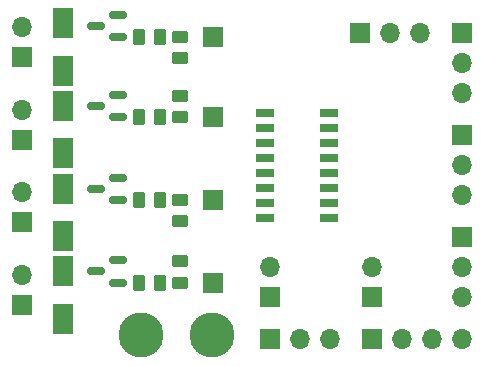
<source format=gts>
G04 #@! TF.GenerationSoftware,KiCad,Pcbnew,(6.0.2)*
G04 #@! TF.CreationDate,2022-07-27T14:51:58+02:00*
G04 #@! TF.ProjectId,Multiplex_MOSFET,4d756c74-6970-46c6-9578-5f4d4f534645,rev?*
G04 #@! TF.SameCoordinates,Original*
G04 #@! TF.FileFunction,Soldermask,Top*
G04 #@! TF.FilePolarity,Negative*
%FSLAX46Y46*%
G04 Gerber Fmt 4.6, Leading zero omitted, Abs format (unit mm)*
G04 Created by KiCad (PCBNEW (6.0.2)) date 2022-07-27 14:51:58*
%MOMM*%
%LPD*%
G01*
G04 APERTURE LIST*
G04 Aperture macros list*
%AMRoundRect*
0 Rectangle with rounded corners*
0 $1 Rounding radius*
0 $2 $3 $4 $5 $6 $7 $8 $9 X,Y pos of 4 corners*
0 Add a 4 corners polygon primitive as box body*
4,1,4,$2,$3,$4,$5,$6,$7,$8,$9,$2,$3,0*
0 Add four circle primitives for the rounded corners*
1,1,$1+$1,$2,$3*
1,1,$1+$1,$4,$5*
1,1,$1+$1,$6,$7*
1,1,$1+$1,$8,$9*
0 Add four rect primitives between the rounded corners*
20,1,$1+$1,$2,$3,$4,$5,0*
20,1,$1+$1,$4,$5,$6,$7,0*
20,1,$1+$1,$6,$7,$8,$9,0*
20,1,$1+$1,$8,$9,$2,$3,0*%
G04 Aperture macros list end*
%ADD10RoundRect,0.250000X-0.450000X0.262500X-0.450000X-0.262500X0.450000X-0.262500X0.450000X0.262500X0*%
%ADD11RoundRect,0.250000X0.450000X-0.262500X0.450000X0.262500X-0.450000X0.262500X-0.450000X-0.262500X0*%
%ADD12RoundRect,0.250000X0.262500X0.450000X-0.262500X0.450000X-0.262500X-0.450000X0.262500X-0.450000X0*%
%ADD13RoundRect,0.250000X-0.262500X-0.450000X0.262500X-0.450000X0.262500X0.450000X-0.262500X0.450000X0*%
%ADD14RoundRect,0.150000X0.587500X0.150000X-0.587500X0.150000X-0.587500X-0.150000X0.587500X-0.150000X0*%
%ADD15C,3.800000*%
%ADD16R,1.700000X1.700000*%
%ADD17O,1.700000X1.700000*%
%ADD18R,1.550000X0.700000*%
%ADD19R,1.800000X2.500000*%
G04 APERTURE END LIST*
D10*
X60300000Y-112427500D03*
X60300000Y-114252500D03*
D11*
X60300000Y-109072500D03*
X60300000Y-107247500D03*
D10*
X60300000Y-98427500D03*
X60300000Y-100252500D03*
D11*
X60300000Y-95272500D03*
X60300000Y-93447500D03*
D12*
X58582500Y-114250000D03*
X56757500Y-114250000D03*
D13*
X56757500Y-107250000D03*
X58582500Y-107250000D03*
X56757500Y-100250000D03*
X58582500Y-100250000D03*
D12*
X58582500Y-93450000D03*
X56757500Y-93450000D03*
D14*
X55007500Y-114250000D03*
X55007500Y-112350000D03*
X53132500Y-113300000D03*
X55007500Y-107250000D03*
X55007500Y-105350000D03*
X53132500Y-106300000D03*
X55007500Y-100250000D03*
X55007500Y-98350000D03*
X53132500Y-99300000D03*
X55007500Y-93450000D03*
X55007500Y-91550000D03*
X53132500Y-92500000D03*
D15*
X62950000Y-118670000D03*
X56950000Y-118670000D03*
D16*
X63050000Y-114250000D03*
X63050000Y-107250000D03*
X63050000Y-100250000D03*
X63050000Y-93450000D03*
X84120000Y-110395000D03*
D17*
X84120000Y-112935000D03*
X84120000Y-115475000D03*
D16*
X84120000Y-101750000D03*
D17*
X84120000Y-104290000D03*
X84120000Y-106830000D03*
D16*
X84120000Y-93100000D03*
D17*
X84120000Y-95640000D03*
X84120000Y-98180000D03*
D16*
X75470000Y-93100000D03*
D17*
X78010000Y-93100000D03*
X80550000Y-93100000D03*
D16*
X76520000Y-119050000D03*
D17*
X79060000Y-119050000D03*
X81600000Y-119050000D03*
X84140000Y-119050000D03*
D16*
X67865000Y-119050000D03*
D17*
X70405000Y-119050000D03*
X72945000Y-119050000D03*
D16*
X76520000Y-115450000D03*
D17*
X76520000Y-112910000D03*
D16*
X67880000Y-115460000D03*
D17*
X67880000Y-112920000D03*
D16*
X46850000Y-116145000D03*
D17*
X46850000Y-113605000D03*
D16*
X46850000Y-109155000D03*
D17*
X46850000Y-106615000D03*
X46850000Y-99610000D03*
D16*
X46850000Y-102150000D03*
X46850000Y-95145000D03*
D17*
X46850000Y-92605000D03*
D18*
X67435000Y-99915000D03*
X67435000Y-101185000D03*
X67435000Y-102455000D03*
X67435000Y-103725000D03*
X67435000Y-104995000D03*
X67435000Y-106265000D03*
X67435000Y-107535000D03*
X67435000Y-108805000D03*
X72885000Y-108805000D03*
X72885000Y-107535000D03*
X72885000Y-106265000D03*
X72885000Y-104995000D03*
X72885000Y-103725000D03*
X72885000Y-102455000D03*
X72885000Y-101185000D03*
X72885000Y-99915000D03*
D19*
X50400000Y-106300000D03*
X50400000Y-110300000D03*
X50400000Y-99300000D03*
X50400000Y-103300000D03*
X50400000Y-92300000D03*
X50400000Y-96300000D03*
X50400000Y-113300000D03*
X50400000Y-117300000D03*
M02*

</source>
